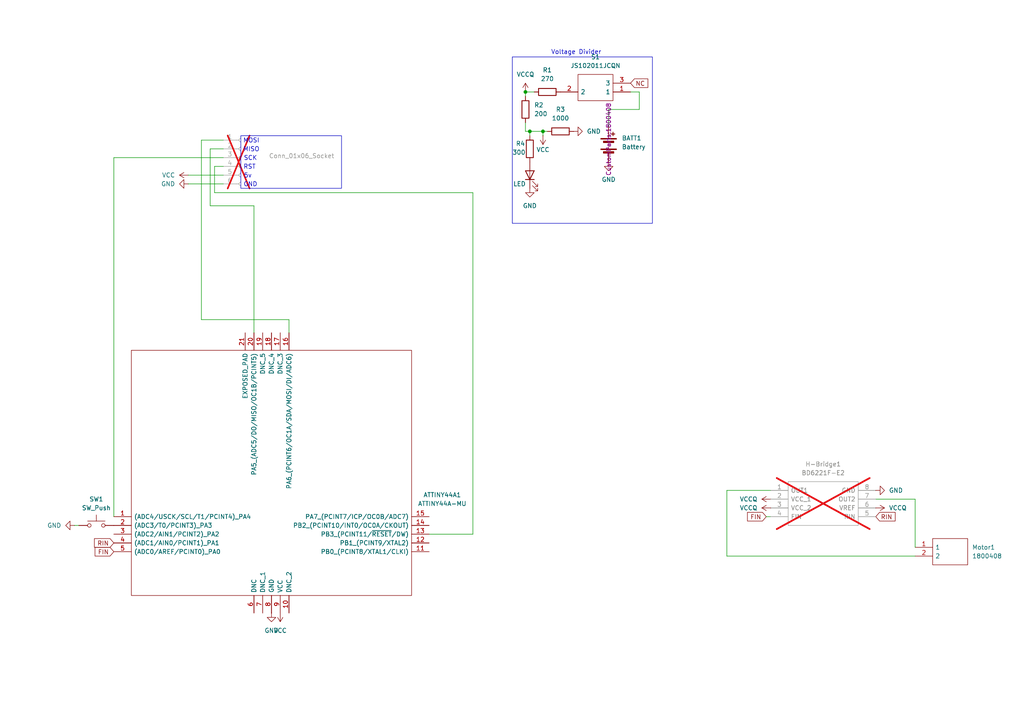
<source format=kicad_sch>
(kicad_sch (version 20231120) (generator "eeschema") (generator_version "8.0")
  (paper "A4")
  (lib_symbols
    (symbol "Connector:Conn_01x06_Socket" (pin_names (offset 1.016) hide)
      (property "Reference" "J" (at 0 7.62 0))
      (property "Value" "Conn_01x06_Socket" (at 0 -10.16 0))
      (symbol "Conn_01x06_Socket_1_1"
        (arc (start 0 -7.112) (mid -0.5058 -7.62) (end 0 -8.128) (stroke (width 0.1524)))
        (arc (start 0 -4.572) (mid -0.5058 -5.08) (end 0 -5.588) (stroke (width 0.1524)))
        (arc (start 0 -2.032) (mid -0.5058 -2.54) (end 0 -3.048) (stroke (width 0.1524)))
        (polyline (pts (xy -1.27 -7.62) (xy -0.508 -7.62)) (stroke (width 0.1524)))
        (polyline (pts (xy -1.27 -5.08) (xy -0.508 -5.08)) (stroke (width 0.1524)))
        (polyline (pts (xy -1.27 -2.54) (xy -0.508 -2.54)) (stroke (width 0.1524)))
        (polyline (pts (xy -1.27 0) (xy -0.508 0)) (stroke (width 0.1524)))
        (polyline (pts (xy -1.27 2.54) (xy -0.508 2.54)) (stroke (width 0.1524)))
        (polyline (pts (xy -1.27 5.08) (xy -0.508 5.08)) (stroke (width 0.1524)))
        (arc (start 0 0.508) (mid -0.5058 0) (end 0 -0.508) (stroke (width 0.1524)))
        (arc (start 0 3.048) (mid -0.5058 2.54) (end 0 2.032) (stroke (width 0.1524)))
        (arc (start 0 5.588) (mid -0.5058 5.08) (end 0 4.572) (stroke (width 0.1524)))
        (pin passive line (at -5.08 5.08 0) (length 3.81) (name "Pin_1") (number "1"))
        (pin passive line (at -5.08 2.54 0) (length 3.81) (name "Pin_2") (number "2"))
        (pin passive line (at -5.08 0 0) (length 3.81) (name "Pin_3") (number "3"))
        (pin passive line (at -5.08 -2.54 0) (length 3.81) (name "Pin_4") (number "4"))
        (pin passive line (at -5.08 -5.08 0) (length 3.81) (name "Pin_5") (number "5"))
        (pin passive line (at -5.08 -7.62 0) (length 3.81) (name "Pin_6") (number "6"))
      )
    )
    (symbol "CustomParts:1800408" (pin_names (offset 0.762))
      (property "Reference" "J" (at 16.51 7.62 0))
      (property "Value" "1800408" (at 16.51 5.08 0))
      (symbol "1800408_0_0"
        (pin passive line (at 0 0 0) (length 5.08) (name "1") (number "1"))
        (pin passive line (at 0 -2.54 0) (length 5.08) (name "2") (number "2"))
      )
      (symbol "1800408_0_1"
        (polyline (pts (xy 5.08 2.54) (xy 15.24 2.54) (xy 15.24 -5.08) (xy 5.08 -5.08) (xy 5.08 2.54)) (stroke (width 0.1524)))
      )
    )
    (symbol "CustomParts:ATTINY44A-MU" (pin_names (offset 0.762))
      (property "Reference" "IC" (at 87.63 53.34 0))
      (property "Value" "ATTINY44A-MU" (at 87.63 50.8 0))
      (symbol "ATTINY44A-MU_0_0"
        (pin input line (at 0 0 0) (length 5.08) (name "(ADC4/USCK/SCL/T1/PCINT4)_PA4") (number "1"))
        (pin passive line (at 50.8 -27.94 90) (length 5.08) (name "DNC_2") (number "10"))
        (pin input line (at 91.44 -10.16 180) (length 5.08) (name "PB0_(PCINT8/XTAL1/CLKI)") (number "11"))
        (pin input line (at 91.44 -7.62 180) (length 5.08) (name "PB1_(PCINT9/XTAL2)") (number "12"))
        (pin input line (at 91.44 -5.08 180) (length 5.08) (name "PB3_(PCINT11/~{RESET}/DW)") (number "13"))
        (pin output line (at 91.44 -2.54 180) (length 5.08) (name "PB2_(PCINT10/INT0/OC0A/CKOUT)") (number "14"))
        (pin input line (at 91.44 0 180) (length 5.08) (name "PA7_(PCINT7/ICP/OC0B/ADC7)") (number "15"))
        (pin input line (at 50.8 53.34 270) (length 5.08) (name "PA6_(PCINT6/OC1A/SDA/MOSI/DI/ADC6)") (number "16"))
        (pin passive line (at 48.26 53.34 270) (length 5.08) (name "DNC_3") (number "17"))
        (pin passive line (at 45.72 53.34 270) (length 5.08) (name "DNC_4") (number "18"))
        (pin passive line (at 43.18 53.34 270) (length 5.08) (name "DNC_5") (number "19"))
        (pin input line (at 0 -2.54 0) (length 5.08) (name "(ADC3/T0/PCINT3)_PA3") (number "2"))
        (pin input line (at 40.64 53.34 270) (length 5.08) (name "PA5_(ADC5/DO/MISO/OC1B/PCINT5)") (number "20"))
        (pin passive line (at 38.1 53.34 270) (length 5.08) (name "EXPOSED_PAD") (number "21"))
        (pin input line (at 0 -5.08 0) (length 5.08) (name "(ADC2/AIN1/PCINT2)_PA2") (number "3"))
        (pin input line (at 0 -7.62 0) (length 5.08) (name "(ADC1/AIN0/PCINT1)_PA1") (number "4"))
        (pin input line (at 0 -10.16 0) (length 5.08) (name "(ADC0/AREF/PCINT0)_PA0") (number "5"))
        (pin passive line (at 40.64 -27.94 90) (length 5.08) (name "DNC") (number "6"))
        (pin passive line (at 43.18 -27.94 90) (length 5.08) (name "DNC_1") (number "7"))
        (pin power_in line (at 45.72 -27.94 90) (length 5.08) (name "GND") (number "8"))
        (pin power_in line (at 48.26 -27.94 90) (length 5.08) (name "VCC") (number "9"))
      )
      (symbol "ATTINY44A-MU_0_1"
        (polyline (pts (xy 5.08 48.26) (xy 86.36 48.26) (xy 86.36 -22.86) (xy 5.08 -22.86) (xy 5.08 48.26)) (stroke (width 0.1524)))
      )
    )
    (symbol "CustomParts:BD6221F-E2" (pin_names (offset 0.762))
      (property "Reference" "IC" (at 26.67 7.62 0))
      (property "Value" "BD6221F-E2" (at 26.67 5.08 0))
      (symbol "BD6221F-E2_0_0"
        (pin passive line (at 0 0 0) (length 5.08) (name "OUT1") (number "1"))
        (pin passive line (at 0 -2.54 0) (length 5.08) (name "VCC_1") (number "2"))
        (pin passive line (at 0 -5.08 0) (length 5.08) (name "VCC_2") (number "3"))
        (pin passive line (at 0 -7.62 0) (length 5.08) (name "FIN") (number "4"))
        (pin passive line (at 30.48 -7.62 180) (length 5.08) (name "RIN") (number "5"))
        (pin passive line (at 30.48 -5.08 180) (length 5.08) (name "VREF") (number "6"))
        (pin passive line (at 30.48 -2.54 180) (length 5.08) (name "OUT2") (number "7"))
        (pin passive line (at 30.48 0 180) (length 5.08) (name "GND") (number "8"))
      )
      (symbol "BD6221F-E2_0_1"
        (polyline (pts (xy 5.08 2.54) (xy 25.4 2.54) (xy 25.4 -10.16) (xy 5.08 -10.16) (xy 5.08 2.54)) (stroke (width 0.1524)))
      )
    )
    (symbol "CustomParts:JS102011JCQN" (pin_names (offset 0.762))
      (property "Reference" "S" (at 16.51 7.62 0))
      (property "Value" "JS102011JCQN" (at 16.51 5.08 0))
      (symbol "JS102011JCQN_0_0"
        (pin passive line (at 0 0 0) (length 5.08) (name "1") (number "1"))
        (pin passive line (at 20.32 0 180) (length 5.08) (name "2") (number "2"))
        (pin passive line (at 0 -2.54 0) (length 5.08) (name "3") (number "3"))
      )
      (symbol "JS102011JCQN_0_1"
        (polyline (pts (xy 5.08 2.54) (xy 15.24 2.54) (xy 15.24 -5.08) (xy 5.08 -5.08) (xy 5.08 2.54)) (stroke (width 0.1524)))
      )
    )
    (symbol "Device:Battery" (pin_numbers hide) (pin_names (offset 0) hide)
      (property "Reference" "BT" (at 2.54 2.54 0))
      (property "Value" "Battery" (at 2.54 0 0))
      (symbol "Battery_0_1"
        (rectangle (start -2.286 -1.27) (end 2.286 -1.524) (fill (type outline)))
        (rectangle (start -2.286 1.778) (end 2.286 1.524) (fill (type outline)))
        (rectangle (start -1.524 -2.032) (end 1.524 -2.54) (fill (type outline)))
        (rectangle (start -1.524 1.016) (end 1.524 0.508) (fill (type outline)))
        (polyline (pts (xy 0 -1.016) (xy 0 -0.762)))
        (polyline (pts (xy 0 -0.508) (xy 0 -0.254)))
        (polyline (pts (xy 0 0) (xy 0 0.254)))
        (polyline (pts (xy 0 1.778) (xy 0 2.54)))
        (polyline (pts (xy 0.762 3.048) (xy 1.778 3.048)) (stroke (width 0.254)))
        (polyline (pts (xy 1.27 3.556) (xy 1.27 2.54)) (stroke (width 0.254)))
      )
      (symbol "Battery_1_1"
        (pin passive line (at 0 5.08 270) (length 2.54) (name "+") (number "1"))
        (pin passive line (at 0 -5.08 90) (length 2.54) (name "-") (number "2"))
      )
    )
    (symbol "Device:LED" (pin_numbers hide) (pin_names (offset 1.016) hide)
      (property "Reference" "D" (at 0 2.54 0))
      (property "Value" "LED" (at 0 -2.54 0))
      (symbol "LED_0_1"
        (polyline (pts (xy -1.27 -1.27) (xy -1.27 1.27)) (stroke (width 0.254)))
        (polyline (pts (xy -1.27 0) (xy 1.27 0)))
        (polyline (pts (xy 1.27 -1.27) (xy 1.27 1.27) (xy -1.27 0) (xy 1.27 -1.27)) (stroke (width 0.254)))
        (polyline (pts (xy -3.048 -0.762) (xy -4.572 -2.286) (xy -3.81 -2.286) (xy -4.572 -2.286) (xy -4.572 -1.524)))
        (polyline (pts (xy -1.778 -0.762) (xy -3.302 -2.286) (xy -2.54 -2.286) (xy -3.302 -2.286) (xy -3.302 -1.524)))
      )
      (symbol "LED_1_1"
        (pin passive line (at -3.81 0 0) (length 2.54) (name "K") (number "1"))
        (pin passive line (at 3.81 0 180) (length 2.54) (name "A") (number "2"))
      )
    )
    (symbol "Device:R" (pin_numbers hide) (pin_names (offset 0))
      (property "Reference" "R" (at 2.032 0 90))
      (property "Value" "R" (at 0 0 90))
      (symbol "R_0_1"
        (rectangle (start -1.016 -2.54) (end 1.016 2.54) (stroke (width 0.254)))
      )
      (symbol "R_1_1"
        (pin passive line (at 0 3.81 270) (length 1.27) (name "~") (number "1"))
        (pin passive line (at 0 -3.81 90) (length 1.27) (name "~") (number "2"))
      )
    )
    (symbol "Switch:SW_Push" (pin_numbers hide) (pin_names (offset 1.016) hide)
      (property "Reference" "SW" (at 1.27 2.54 0))
      (property "Value" "SW_Push" (at 0 -1.524 0))
      (symbol "SW_Push_0_1"
        (circle (center -2.032 0) (radius 0.508))
        (polyline (pts (xy 0 1.27) (xy 0 3.048)))
        (polyline (pts (xy 2.54 1.27) (xy -2.54 1.27)))
        (circle (center 2.032 0) (radius 0.508))
        (pin passive line (at -5.08 0 0) (length 2.54) (name "1") (number "1"))
        (pin passive line (at 5.08 0 180) (length 2.54) (name "2") (number "2"))
      )
    )
    (symbol "power:GND" (power) (pin_numbers hide) (pin_names (offset 0) hide)
      (property "Value" "GND" (at 0 -3.81 0))
      (symbol "GND_0_1"
        (polyline (pts (xy 0 0) (xy 0 -1.27) (xy 1.27 -1.27) (xy 0 -2.54) (xy -1.27 -1.27) (xy 0 -1.27)))
      )
      (symbol "GND_1_1"
        (pin power_in line (at 0 0 270) (length 0) (name "~") (number "1"))
      )
    )
    (symbol "power:VCC" (power) (pin_numbers hide) (pin_names (offset 0) hide)
      (property "Value" "VCC" (at 0 3.556 0))
      (symbol "VCC_0_1"
        (polyline (pts (xy -0.762 1.27) (xy 0 2.54)))
        (polyline (pts (xy 0 0) (xy 0 2.54)))
        (polyline (pts (xy 0 2.54) (xy 0.762 1.27)))
      )
      (symbol "VCC_1_1"
        (pin power_in line (at 0 0 90) (length 0) (name "~") (number "1"))
      )
    )
    (symbol "power:VCCQ" (power) (pin_numbers hide) (pin_names (offset 0) hide)
      (property "Value" "VCCQ" (at 0 3.556 0))
      (symbol "VCCQ_0_1"
        (polyline (pts (xy -0.762 1.27) (xy 0 2.54)))
        (polyline (pts (xy 0 0) (xy 0 2.54)))
        (polyline (pts (xy 0 2.54) (xy 0.762 1.27)))
      )
      (symbol "VCCQ_1_1"
        (pin power_in line (at 0 0 90) (length 0) (name "~") (number "1"))
      )
    )
  )
  (junction (at 153.67 38.1))
  (junction (at 152.4 26.67))
  (junction (at 157.48 38.1))
  (wire (pts (xy 137.16 55.88) (xy 62.23 55.88)))
  (wire (pts (xy 157.48 38.1) (xy 158.75 38.1)))
  (wire (pts (xy 33.02 45.72) (xy 33.02 149.86)))
  (wire (pts (xy 152.4 26.67) (xy 154.94 26.67)))
  (wire (pts (xy 185.42 26.67) (xy 182.88 26.67)))
  (wire (pts (xy 73.66 59.69) (xy 73.66 96.52)))
  (wire (pts (xy 62.23 48.26) (xy 64.77 48.26)))
  (wire (pts (xy 254 144.78) (xy 265.43 144.78)))
  (wire (pts (xy 153.67 38.1) (xy 157.48 38.1)))
  (wire (pts (xy 73.66 59.69) (xy 60.96 59.69)))
  (wire (pts (xy 210.82 142.24) (xy 210.82 161.29)))
  (wire (pts (xy 137.16 154.94) (xy 137.16 55.88)))
  (wire (pts (xy 152.4 38.1) (xy 153.67 38.1)))
  (wire (pts (xy 210.82 161.29) (xy 265.43 161.29)))
  (wire (pts (xy 54.61 50.8) (xy 64.77 50.8)))
  (wire (pts (xy 54.61 53.34) (xy 64.77 53.34)))
  (wire (pts (xy 64.77 40.64) (xy 58.42 40.64)))
  (wire (pts (xy 58.42 40.64) (xy 58.42 92.71)))
  (wire (pts (xy 176.53 31.75) (xy 185.42 31.75)))
  (wire (pts (xy 223.52 142.24) (xy 210.82 142.24)))
  (wire (pts (xy 124.46 154.94) (xy 137.16 154.94)))
  (wire (pts (xy 222.25 149.86) (xy 223.52 149.86)))
  (wire (pts (xy 153.67 39.37) (xy 153.67 38.1)))
  (wire (pts (xy 33.02 45.72) (xy 64.77 45.72)))
  (wire (pts (xy 185.42 31.75) (xy 185.42 26.67)))
  (wire (pts (xy 58.42 92.71) (xy 83.82 92.71)))
  (wire (pts (xy 60.96 59.69) (xy 60.96 43.18)))
  (wire (pts (xy 60.96 43.18) (xy 64.77 43.18)))
  (wire (pts (xy 152.4 27.94) (xy 152.4 26.67)))
  (wire (pts (xy 21.59 152.4) (xy 22.86 152.4)))
  (wire (pts (xy 62.23 55.88) (xy 62.23 48.26)))
  (wire (pts (xy 265.43 144.78) (xy 265.43 158.75)))
  (wire (pts (xy 152.4 35.56) (xy 152.4 38.1)))
  (wire (pts (xy 83.82 92.71) (xy 83.82 96.52)))
  (wire (pts (xy 157.48 38.1) (xy 157.48 39.37)))
  (wire (pts (xy 176.53 36.83) (xy 176.53 31.75)))
  (rectangle (start 69.85 39.37) (end 99.06 54.61))
  (rectangle (start 148.59 16.51) (end 189.23 64.77))
  (text "MOSI\n" (at 72.898 40.894 0) (effects (font (size 1.27 1.27))))
  (text "RST" (at 72.39 48.514 0) (effects (font (size 1.27 1.27))))
  (text "5v" (at 71.882 51.054 0) (effects (font (size 1.27 1.27))))
  (text "Voltage Divider" (at 167.132 15.24 0) (effects (font (size 1.27 1.27))))
  (text "GND\n" (at 72.644 53.594 0) (effects (font (size 1.27 1.27))))
  (text "MISO" (at 72.898 43.434 0) (effects (font (size 1.27 1.27))))
  (text "SCK" (at 72.644 45.974 0) (effects (font (size 1.27 1.27))))
  (global_label "RIN" (shape input) (at 33.02 157.48 180) (property "Intersheetrefs" "${INTERSHEET_REFS}" (effects (hide yes))))
  (global_label "FIN" (shape input) (at 33.02 160.02 180) (property "Intersheetrefs" "${INTERSHEET_REFS}" (effects (hide yes))))
  (global_label "NC" (shape input) (at 182.88 24.13 0) (property "Intersheetrefs" "${INTERSHEET_REFS}" (effects (hide yes))))
  (global_label "RIN" (shape input) (at 254 149.86 0) (property "Intersheetrefs" "${INTERSHEET_REFS}" (effects (hide yes))))
  (global_label "FIN" (shape input) (at 222.25 149.86 180) (property "Intersheetrefs" "${INTERSHEET_REFS}" (effects (hide yes))))
  (symbol (lib_id "Switch:SW_Push") (at 27.94 152.4 0) (unit 1) (in_bom no)
    (property "Reference" "SW1" (at 27.94 144.78 0))
    (property "Value" "SW_Push" (at 27.94 147.32 0))
    (property "Footprint" "Connector_PinHeader_1.27mm:PinHeader_2x01_P1.27mm_Vertical" (effects (hide yes)))
    (property "Description" "Push button switch, generic, two pins" (effects (hide yes)))
  )
  (symbol (lib_id "power:VCC") (at 157.48 39.37 180) (unit 1)
    (property "Reference" "#PWR05" (effects (hide yes)))
    (property "Value" "VCC" (at 157.48 43.434 0))
    (property "Description" "Power symbol creates a global label with name \"VCC\"" (effects (hide yes)))
  )
  (symbol (lib_id "power:GND") (at 78.74 177.8 0) (unit 1)
    (property "Reference" "#PWR04" (effects (hide yes)))
    (property "Value" "GND" (at 78.74 182.88 0))
    (property "Description" "Power symbol creates a global label with name \"GND\" , ground" (effects (hide yes)))
  )
  (symbol (lib_id "Device:LED") (at 153.67 50.8 90) (unit 1)
    (property "Reference" "LED1" (effects (hide yes)))
    (property "Value" "LED" (at 148.844 53.34 90) (effects (justify right)))
    (property "Footprint" "CustomParts:Green led" (effects (hide yes)))
    (property "Description" "Light emitting diode" (effects (hide yes)))
  )
  (symbol (lib_id "CustomParts:JS102011JCQN") (at 182.88 26.67 180) (unit 1)
    (property "Reference" "S1" (at 172.72 16.51 0))
    (property "Value" "JS102011JCQN" (at 172.72 19.05 0))
    (property "Footprint" "JS102011JCQN" (effects (hide yes)))
    (property "Datasheet" "https://www.ckswitches.com/media/1422/js.pdf" (effects (hide yes)))
    (property "Description" "Slide Switches .3A 6VDC SPDT VERT MNT SMT J BEND" (effects (hide yes)))
    (property "Height" "3" (effects (hide yes)))
    (property "Mouser Part Number" "611-JS102011JCQN" (effects (hide yes)))
    (property "Mouser Price/Stock" "https://www.mouser.co.uk/ProductDetail/CK/JS102011JCQN?qs=74EMXstkWMWQs9mNwlyl0g%3D%3D" (effects (hide yes)))
    (property "Manufacturer_Name" "C & K COMPONENTS" (effects (hide yes)))
    (property "Manufacturer_Part_Number" "JS102011JCQN" (effects (hide yes)))
  )
  (symbol (lib_id "power:GND") (at 254 142.24 90) (unit 1)
    (property "Reference" "#PWR09" (effects (hide yes)))
    (property "Value" "GND" (at 257.81 142.2399 90) (effects (justify right)))
    (property "Description" "Power symbol creates a global label with name \"GND\" , ground" (effects (hide yes)))
  )
  (symbol (lib_id "Device:R") (at 158.75 26.67 90) (unit 1)
    (property "Reference" "R1" (at 158.75 20.32 90))
    (property "Value" "270" (at 158.75 22.86 90))
    (property "Footprint" "Resistor_SMD:R_0402_1005Metric" (effects (hide yes)))
    (property "Description" "Resistor" (effects (hide yes)))
  )
  (symbol (lib_id "Device:R") (at 162.56 38.1 90) (unit 1)
    (property "Reference" "R3" (at 162.56 31.75 90))
    (property "Value" "1000" (at 162.56 34.29 90))
    (property "Footprint" "Resistor_SMD:R_0402_1005Metric" (effects (hide yes)))
    (property "Description" "Resistor" (effects (hide yes)))
  )
  (symbol (lib_id "CustomParts:ATTINY44A-MU") (at 33.02 149.86 0) (unit 1)
    (property "Reference" "ATTINY44A1" (at 128.27 143.5414 0))
    (property "Value" "ATTINY44A-MU" (at 128.27 146.0814 0))
    (property "Footprint" "CustomParts:ATTiny44a-MU" (effects (hide yes)))
    (property "Datasheet" "http://www.atmel.com/Images/doc8183.pdf" (effects (hide yes)))
    (property "Description" "ATTINY44A-MU, 8 bit AVR Microcontroller 20MHz 256 B, 4 kB Flash, 256 B RAM, I2C 20-Pin MLF" (effects (hide yes)))
    (property "Height" "0.8" (effects (hide yes)))
    (property "Manufacturer_Name" "Microchip" (effects (hide yes)))
    (property "Manufacturer_Part_Number" "ATTINY44A-MU" (effects (hide yes)))
    (property "Mouser Part Number" "556-ATTINY44A-MU" (effects (hide yes)))
    (property "Mouser Price/Stock" "https://www.mouser.co.uk/ProductDetail/Microchip-Technology/ATTINY44A-MU?qs=MCbhYIqTEtmCcSA5CYxDlQ%3D%3D" (effects (hide yes)))
    (property "Arrow Part Number" "ATTINY44A-MU" (effects (hide yes)))
    (property "Arrow Price/Stock" "https://www.arrow.com/en/products/attiny44a-mu/microchip-technology?region=europe" (effects (hide yes)))
  )
  (symbol (lib_id "power:GND") (at 21.59 152.4 270) (unit 1)
    (property "Reference" "#PWR014" (effects (hide yes)))
    (property "Value" "GND" (at 17.78 152.3999 90) (effects (justify right)))
    (property "Description" "Power symbol creates a global label with name \"GND\" , ground" (effects (hide yes)))
  )
  (symbol (lib_id "power:VCCQ") (at 223.52 144.78 90) (unit 1)
    (property "Reference" "#PWR07" (effects (hide yes)))
    (property "Value" "VCCQ" (at 219.71 144.7799 90) (effects (justify left)))
    (property "Description" "Power symbol creates a global label with name \"VCCQ\"" (effects (hide yes)))
  )
  (symbol (lib_id "CustomParts:1800408") (at 265.43 158.75 0) (unit 1)
    (property "Reference" "Motor1" (at 281.94 158.7499 0) (effects (justify left)))
    (property "Value" "1800408" (at 281.94 161.2899 0) (effects (justify left)))
    (property "Footprint" "1800408" (effects (hide yes)))
    (property "Datasheet" "http://www.phoenixcontact.net/product/1800408" (effects (hide yes)))
    (property "Description" "Fixed Terminal Blocks SMKDSN1,5/2BK" (effects (hide yes)))
    (property "Height" "11.15" (effects (hide yes)))
    (property "Mouser Part Number" "651-1800408" (effects (hide yes)))
    (property "Mouser Price/Stock" "https://www.mouser.co.uk/ProductDetail/Phoenix-Contact/1800408?qs=2WS7V4AoKFrZfPHTrNVAtQ%3D%3D" (effects (hide yes)))
    (property "Manufacturer_Name" "Phoenix Contact" (effects (hide yes)))
    (property "Manufacturer_Part_Number" "1800408" (effects (hide yes)))
  )
  (symbol (lib_id "power:GND") (at 153.67 54.61 0) (unit 1)
    (property "Reference" "#PWR013" (effects (hide yes)))
    (property "Value" "GND" (at 153.67 59.69 0))
    (property "Description" "Power symbol creates a global label with name \"GND\" , ground" (effects (hide yes)))
  )
  (symbol (lib_id "power:GND") (at 54.61 53.34 270) (unit 1)
    (property "Reference" "#PWR011" (effects (hide yes)))
    (property "Value" "GND" (at 50.8 53.3399 90) (effects (justify right)))
    (property "Description" "Power symbol creates a global label with name \"GND\" , ground" (effects (hide yes)))
  )
  (symbol (lib_id "power:VCC") (at 81.28 177.8 180) (unit 1)
    (property "Reference" "#PWR03" (effects (hide yes)))
    (property "Value" "VCC" (at 81.28 182.88 0))
    (property "Description" "Power symbol creates a global label with name \"VCC\"" (effects (hide yes)))
  )
  (symbol (lib_id "power:GND") (at 166.37 38.1 90) (unit 1)
    (property "Reference" "#PWR02" (effects (hide yes)))
    (property "Value" "GND" (at 170.18 38.0999 90) (effects (justify right)))
    (property "Description" "Power symbol creates a global label with name \"GND\" , ground" (effects (hide yes)))
  )
  (symbol (lib_id "Device:Battery") (at 176.53 41.91 0) (unit 1)
    (property "Reference" "BATT1" (at 180.34 40.0684 0) (effects (justify left)))
    (property "Value" "Battery" (at 180.34 42.6084 0) (effects (justify left)))
    (property "Footprint" "CustomParts:1800408" (at 176.53 40.386 90))
    (property "Description" "Multiple-cell battery" (effects (hide yes)))
  )
  (symbol (lib_id "power:VCCQ") (at 254 147.32 270) (unit 1)
    (property "Reference" "#PWR012" (effects (hide yes)))
    (property "Value" "VCCQ" (at 257.81 147.3199 90) (effects (justify left)))
    (property "Description" "Power symbol creates a global label with name \"VCCQ\"" (effects (hide yes)))
  )
  (symbol (lib_id "CustomParts:BD6221F-E2") (at 223.52 142.24 0) (unit 1) (in_bom no) (dnp yes)
    (property "Reference" "H-Bridge1" (at 238.76 134.62 0))
    (property "Value" "BD6221F-E2" (at 238.76 137.16 0))
    (property "Footprint" "CustomParts:SOIC127P620X171-8N" (effects (hide yes)))
    (property "Datasheet" "https://componentsearchengine.com/Datasheets/2/BD6221F-E2.pdf" (effects (hide yes)))
    (property "Description" "H-bridge Driver 18V 1A Brush Motor SOP8 ROHM BD6221F-E2, Full Bridge Motor Driver Half-Bridge,, 8-Pin SOP" (effects (hide yes)))
    (property "Height" "1.71" (effects (hide yes)))
    (property "Mouser Part Number" "755-BD6221F-E2" (effects (hide yes)))
    (property "Mouser Price/Stock" "https://www.mouser.co.uk/ProductDetail/ROHM-Semiconductor/BD6221F-E2?qs=WqWCsLCZBkrh3y98hhYaPQ%3D%3D" (effects (hide yes)))
    (property "Manufacturer_Name" "ROHM Semiconductor" (effects (hide yes)))
    (property "Manufacturer_Part_Number" "BD6221F-E2" (effects (hide yes)))
  )
  (symbol (lib_id "Device:R") (at 152.4 31.75 0) (unit 1)
    (property "Reference" "R2" (at 154.94 30.4799 0) (effects (justify left)))
    (property "Value" "200" (at 154.94 33.0199 0) (effects (justify left)))
    (property "Footprint" "Resistor_SMD:R_0402_1005Metric" (effects (hide yes)))
    (property "Description" "Resistor" (effects (hide yes)))
  )
  (symbol (lib_id "power:VCCQ") (at 223.52 147.32 90) (unit 1)
    (property "Reference" "#PWR08" (effects (hide yes)))
    (property "Value" "VCCQ" (at 219.71 147.3199 90) (effects (justify left)))
    (property "Description" "Power symbol creates a global label with name \"VCCQ\"" (effects (hide yes)))
  )
  (symbol (lib_id "power:GND") (at 176.53 46.99 0) (unit 1)
    (property "Reference" "#PWR01" (effects (hide yes)))
    (property "Value" "GND" (at 176.53 52.07 0))
    (property "Description" "Power symbol creates a global label with name \"GND\" , ground" (effects (hide yes)))
  )
  (symbol (lib_id "power:VCC") (at 54.61 50.8 90) (unit 1)
    (property "Reference" "#PWR010" (effects (hide yes)))
    (property "Value" "VCC" (at 50.8 50.7999 90) (effects (justify left)))
    (property "Description" "Power symbol creates a global label with name \"VCC\"" (effects (hide yes)))
  )
  (symbol (lib_id "Connector:Conn_01x06_Socket") (at 69.85 45.72 0) (unit 1) (in_bom no) (dnp yes)
    (property "Reference" "Programming-Pins1" (effects (hide yes)))
    (property "Value" "Conn_01x06_Socket" (at 77.978 45.212 0) (effects (justify left)))
    (property "Footprint" "Connector_PinHeader_1.00mm:PinHeader_1x06_P1.00mm_Vertical" (effects (hide yes)))
    (property "Description" "Generic connector, single row, 01x06, script generated" (effects (hide yes)))
  )
  (symbol (lib_id "Device:R") (at 153.67 43.18 0) (unit 1)
    (property "Reference" "R4" (at 149.606 41.656 0) (effects (justify left)))
    (property "Value" "300" (at 148.59 44.196 0) (effects (justify left)))
    (property "Footprint" "Resistor_SMD:R_0402_1005Metric" (effects (hide yes)))
    (property "Description" "Resistor" (effects (hide yes)))
  )
  (symbol (lib_id "power:VCCQ") (at 152.4 26.67 0) (unit 1)
    (property "Reference" "#PWR06" (effects (hide yes)))
    (property "Value" "VCCQ" (at 152.4 21.59 0))
    (property "Description" "Power symbol creates a global label with name \"VCCQ\"" (effects (hide yes)))
  )
)
</source>
